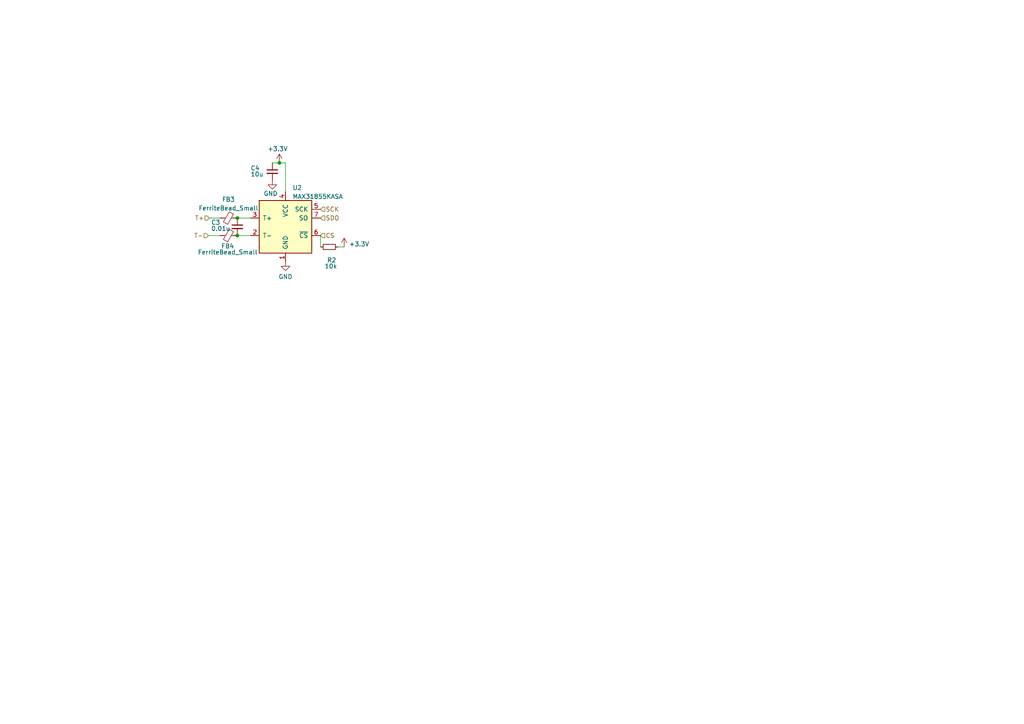
<source format=kicad_sch>
(kicad_sch (version 20230121) (generator eeschema)
  (paper "A4")
  (lib_symbols
    (symbol "Device:C_Small" (pin_numbers hide) (pin_names (offset 0.254) hide)
      (property "Reference" "C" (at 0.254 1.778 0))
      (property "Value" "C_Small" (at 0.254 -2.032 0))
      (symbol "C_Small_0_1"
        (polyline (pts (xy -1.524 -0.508) (xy 1.524 -0.508)) (stroke (width 0.3302)))
        (polyline (pts (xy -1.524 0.508) (xy 1.524 0.508)) (stroke (width 0.3048)))
      )
      (symbol "C_Small_1_1"
        (pin passive line (at 0 2.54 270) (length 2.032) (name "~") (number "1"))
        (pin passive line (at 0 -2.54 90) (length 2.032) (name "~") (number "2"))
      )
    )
    (symbol "Device:FerriteBead_Small" (pin_numbers hide) (pin_names (offset 0))
      (property "Reference" "FB" (at 1.905 1.27 0))
      (property "Value" "FerriteBead_Small" (at 1.905 -1.27 0))
      (symbol "FerriteBead_Small_0_1"
        (polyline (pts (xy 0 -1.27) (xy 0 -0.7874)))
        (polyline (pts (xy 0 0.889) (xy 0 1.2954)))
        (polyline (pts (xy -1.8288 0.2794) (xy -1.1176 1.4986) (xy 1.8288 -0.2032) (xy 1.1176 -1.4224) (xy -1.8288 0.2794)))
      )
      (symbol "FerriteBead_Small_1_1"
        (pin passive line (at 0 2.54 270) (length 1.27) (name "~") (number "1"))
        (pin passive line (at 0 -2.54 90) (length 1.27) (name "~") (number "2"))
      )
    )
    (symbol "Device:R_Small" (pin_numbers hide) (pin_names (offset 0.254) hide)
      (property "Reference" "R" (at 0.762 0.508 0))
      (property "Value" "R_Small" (at 0.762 -1.016 0))
      (symbol "R_Small_0_1"
        (rectangle (start -0.762 1.778) (end 0.762 -1.778) (stroke (width 0.2032)))
      )
      (symbol "R_Small_1_1"
        (pin passive line (at 0 2.54 270) (length 0.762) (name "~") (number "1"))
        (pin passive line (at 0 -2.54 90) (length 0.762) (name "~") (number "2"))
      )
    )
    (symbol "Sensor_Temperature:MAX31855KASA" (pin_names (offset 1.016))
      (property "Reference" "U" (at -7.62 8.89 0))
      (property "Value" "MAX31855KASA" (at 1.27 8.89 0))
      (symbol "MAX31855KASA_0_1"
        (rectangle (start -7.62 7.62) (end 7.62 -7.62) (stroke (width 0.254)) (fill (type background)))
      )
      (symbol "MAX31855KASA_1_1"
        (pin power_in line (at 0 -10.16 90) (length 2.54) (name "GND") (number "1"))
        (pin passive line (at -10.16 -2.54 0) (length 2.54) (name "T-") (number "2"))
        (pin passive line (at -10.16 2.54 0) (length 2.54) (name "T+") (number "3"))
        (pin power_in line (at 0 10.16 270) (length 2.54) (name "VCC") (number "4"))
        (pin input line (at 10.16 5.08 180) (length 2.54) (name "SCK") (number "5"))
        (pin input line (at 10.16 -2.54 180) (length 2.54) (name "~{CS}") (number "6"))
        (pin tri_state line (at 10.16 2.54 180) (length 2.54) (name "SO") (number "7"))
      )
    )
    (symbol "power:+3.3V" (power) (pin_names (offset 0))
      (property "Value" "+3.3V" (at 0 3.556 0))
      (symbol "+3.3V_0_1"
        (polyline (pts (xy -0.762 1.27) (xy 0 2.54)))
        (polyline (pts (xy 0 0) (xy 0 2.54)))
        (polyline (pts (xy 0 2.54) (xy 0.762 1.27)))
      )
      (symbol "+3.3V_1_1"
        (pin power_in line (at 0 0 90) (length 0) hide (name "+3.3V") (number "1"))
      )
    )
    (symbol "power:GND" (power) (pin_names (offset 0))
      (property "Value" "GND" (at 0 -3.81 0))
      (symbol "GND_0_1"
        (polyline (pts (xy 0 0) (xy 0 -1.27) (xy 1.27 -1.27) (xy 0 -2.54) (xy -1.27 -1.27) (xy 0 -1.27)))
      )
      (symbol "GND_1_1"
        (pin power_in line (at 0 0 270) (length 0) hide (name "GND") (number "1"))
      )
    )
  )
  (junction (at 81.026 47.244))
  (junction (at 68.834 63.246))
  (junction (at 68.834 68.326))
  (wire (pts (xy 78.994 47.244) (xy 81.026 47.244)))
  (wire (pts (xy 60.706 63.246) (xy 63.754 63.246)))
  (wire (pts (xy 92.964 68.326) (xy 92.964 71.628)))
  (wire (pts (xy 68.834 63.246) (xy 72.644 63.246)))
  (wire (pts (xy 68.834 68.326) (xy 72.644 68.326)))
  (wire (pts (xy 60.452 68.326) (xy 63.754 68.326)))
  (wire (pts (xy 98.044 71.628) (xy 99.822 71.628)))
  (wire (pts (xy 81.026 47.244) (xy 82.804 47.244)))
  (wire (pts (xy 82.804 47.244) (xy 82.804 55.626)))
  (hierarchical_label "T-" (shape input) (at 60.452 68.326 180))
  (hierarchical_label "T+" (shape input) (at 60.706 63.246 180))
  (hierarchical_label "CS" (shape input) (at 92.964 68.326 0))
  (hierarchical_label "SCK" (shape input) (at 92.964 60.706 0))
  (hierarchical_label "SDO" (shape input) (at 92.964 63.246 0))
  (symbol (lib_id "Sensor_Temperature:MAX31855KASA") (at 82.804 65.786 0) (unit 1)
    (property "Reference" "U2" (at 84.8234 54.4662 0) (effects (justify left)))
    (property "Value" "MAX31855KASA" (at 84.8234 57.0031 0) (effects (justify left)))
    (property "Footprint" "Package_SO:SOIC-8_3.9x4.9mm_P1.27mm" (effects hide))
    (property "Datasheet" "http://datasheets.maximintegrated.com/en/ds/MAX31855.pdf" (effects hide))
    (instances (project "Connector-board" (path "" (reference "U2") (unit 1)) (path "" (reference "U3") (unit 1)) (path "" (reference "U4") (unit 1)) (path "" (reference "U1") (unit 1))))
  )
  (symbol (lib_id "power:+3.3V") (at 99.822 71.628 0) (unit 1)
    (property "Reference" "#PWR012" (effects hide))
    (property "Value" "+3.3V" (at 101.219 70.7918 0) (effects (justify left)))
    (instances (project "Connector-board" (path "" (reference "#PWR012") (unit 1)) (path "" (reference "#PWR016") (unit 1)) (path "" (reference "#PWR020") (unit 1)) (path "" (reference "#PWR08") (unit 1))))
  )
  (symbol (lib_id "Device:C_Small") (at 68.834 65.786 0) (unit 1)
    (property "Reference" "C3" (at 61.214 64.516 0) (effects (justify left)))
    (property "Value" "0.01u" (at 61.214 66.294 0) (effects (justify left)))
    (property "Footprint" "Capacitor_SMD:C_0603_1608Metric" (effects hide))
    (instances (project "Connector-board" (path "" (reference "C3") (unit 1)) (path "" (reference "C5") (unit 1)) (path "" (reference "C7") (unit 1)) (path "" (reference "C1") (unit 1))))
  )
  (symbol (lib_id "power:+3.3V") (at 81.026 47.244 0) (unit 1)
    (property "Reference" "#PWR010" (effects hide))
    (property "Value" "+3.3V" (at 80.518 43.18 0))
    (instances (project "Connector-board" (path "" (reference "#PWR010") (unit 1)) (path "" (reference "#PWR014") (unit 1)) (path "" (reference "#PWR018") (unit 1)) (path "" (reference "#PWR06") (unit 1))))
  )
  (symbol (lib_id "power:GND") (at 82.804 75.946 0) (unit 1)
    (property "Reference" "#PWR011" (effects hide))
    (property "Value" "GND" (at 82.804 80.264 0))
    (instances (project "Connector-board" (path "" (reference "#PWR011") (unit 1)) (path "" (reference "#PWR015") (unit 1)) (path "" (reference "#PWR019") (unit 1)) (path "" (reference "#PWR07") (unit 1))))
  )
  (symbol (lib_id "Device:R_Small") (at 95.504 71.628 90) (unit 1)
    (property "Reference" "R2" (at 97.536 75.438 90) (effects (justify left)))
    (property "Value" "10k" (at 97.79 77.216 90) (effects (justify left)))
    (property "Footprint" "Resistor_SMD:R_0603_1608Metric" (effects hide))
    (instances (project "Connector-board" (path "" (reference "R2") (unit 1)) (path "" (reference "R3") (unit 1)) (path "" (reference "R4") (unit 1)) (path "" (reference "R1") (unit 1))))
  )
  (symbol (lib_id "Device:FerriteBead_Small") (at 66.294 68.326 90) (unit 1)
    (property "Reference" "FB4" (at 66.04 71.374 90))
    (property "Value" "FerriteBead_Small" (at 66.04 73.152 90))
    (property "Footprint" "Capacitor_SMD:C_0603_1608Metric" (effects hide))
    (instances (project "Connector-board" (path "" (reference "FB4") (unit 1)) (path "" (reference "FB6") (unit 1)) (path "" (reference "FB8") (unit 1)) (path "" (reference "FB2") (unit 1))))
  )
  (symbol (lib_id "Device:FerriteBead_Small") (at 66.294 63.246 90) (unit 1)
    (property "Reference" "FB3" (at 66.2559 57.8444 90))
    (property "Value" "FerriteBead_Small" (at 66.2559 60.3813 90))
    (property "Footprint" "Capacitor_SMD:C_0603_1608Metric" (effects hide))
    (instances (project "Connector-board" (path "" (reference "FB3") (unit 1)) (path "" (reference "FB5") (unit 1)) (path "" (reference "FB7") (unit 1)) (path "" (reference "FB1") (unit 1))))
  )
  (symbol (lib_id "power:GND") (at 78.994 52.324 0) (unit 1)
    (property "Reference" "#PWR09" (effects hide))
    (property "Value" "GND" (at 78.486 56.134 0))
    (instances (project "Connector-board" (path "" (reference "#PWR09") (unit 1)) (path "" (reference "#PWR013") (unit 1)) (path "" (reference "#PWR017") (unit 1)) (path "" (reference "#PWR05") (unit 1))))
  )
  (symbol (lib_id "Device:C_Small") (at 78.994 49.784 0) (unit 1)
    (property "Reference" "C4" (at 72.644 48.768 0) (effects (justify left)))
    (property "Value" "10u" (at 72.644 50.546 0) (effects (justify left)))
    (property "Footprint" "Capacitor_SMD:C_0603_1608Metric" (effects hide))
    (instances (project "Connector-board" (path "" (reference "C4") (unit 1)) (path "" (reference "C6") (unit 1)) (path "" (reference "C8") (unit 1)) (path "" (reference "C2") (unit 1))))
  )
)
</source>
